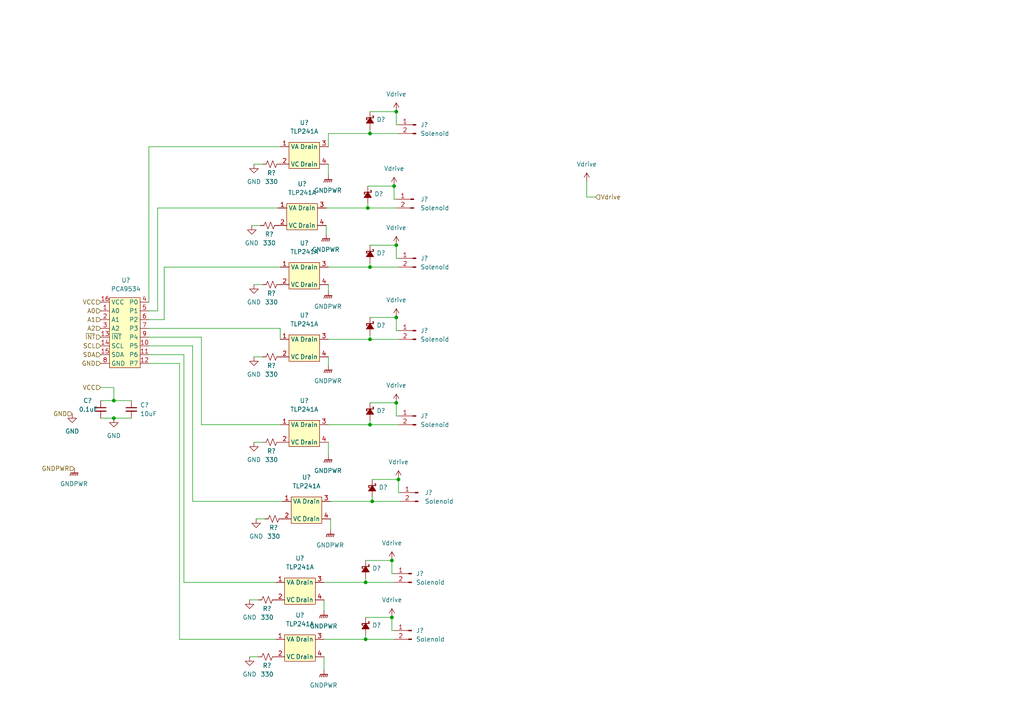
<source format=kicad_sch>
(kicad_sch (version 20211123) (generator eeschema)
  (paper "A4")
  (lib_symbols
    (symbol "Connector:Conn_01x02_Male" (pin_names (offset 1.016) hide)
      (property "Reference" "J" (at 0 2.54 0))
      (property "Value" "Conn_01x02_Male" (at 0 -5.08 0))
      (symbol "Conn_01x02_Male_1_1"
        (polyline (pts (xy 1.27 -2.54) (xy 0.8636 -2.54)) (stroke (width 0.1524)))
        (polyline (pts (xy 1.27 0) (xy 0.8636 0)) (stroke (width 0.1524)))
        (rectangle (start 0.8636 -2.413) (end 0 -2.667) (stroke (width 0.1524)) (fill (type outline)))
        (rectangle (start 0.8636 0.127) (end 0 -0.127) (stroke (width 0.1524)) (fill (type outline)))
        (pin passive line (at 5.08 0 180) (length 3.81) (name "Pin_1") (number "1"))
        (pin passive line (at 5.08 -2.54 180) (length 3.81) (name "Pin_2") (number "2"))
      )
    )
    (symbol "Device:C_Small" (pin_numbers hide) (pin_names (offset 0.254) hide)
      (property "Reference" "C" (at 0.254 1.778 0))
      (property "Value" "C_Small" (at 0.254 -2.032 0))
      (symbol "C_Small_0_1"
        (polyline (pts (xy -1.524 -0.508) (xy 1.524 -0.508)) (stroke (width 0.3302)))
        (polyline (pts (xy -1.524 0.508) (xy 1.524 0.508)) (stroke (width 0.3048)))
      )
      (symbol "C_Small_1_1"
        (pin passive line (at 0 2.54 270) (length 2.032) (name "~") (number "1"))
        (pin passive line (at 0 -2.54 90) (length 2.032) (name "~") (number "2"))
      )
    )
    (symbol "Device:D_Schottky_Small_Filled" (pin_numbers hide) (pin_names (offset 0.254) hide)
      (property "Reference" "D" (at -1.27 2.032 0))
      (property "Value" "D_Schottky_Small_Filled" (at -7.112 -2.032 0))
      (symbol "D_Schottky_Small_Filled_0_1"
        (polyline (pts (xy -0.762 0) (xy 0.762 0)))
        (polyline (pts (xy 0.762 -1.016) (xy -0.762 0) (xy 0.762 1.016) (xy 0.762 -1.016)) (stroke (width 0.254)) (fill (type outline)))
        (polyline (pts (xy -1.27 0.762) (xy -1.27 1.016) (xy -0.762 1.016) (xy -0.762 -1.016) (xy -0.254 -1.016) (xy -0.254 -0.762)) (stroke (width 0.254)))
      )
      (symbol "D_Schottky_Small_Filled_1_1"
        (pin passive line (at -2.54 0 0) (length 1.778) (name "K") (number "1"))
        (pin passive line (at 2.54 0 180) (length 1.778) (name "A") (number "2"))
      )
    )
    (symbol "Device:R_Small_US" (pin_numbers hide) (pin_names (offset 0.254) hide)
      (property "Reference" "R" (at 0.762 0.508 0))
      (property "Value" "R_Small_US" (at 0.762 -1.016 0))
      (symbol "R_Small_US_1_1"
        (polyline (pts (xy 0 0) (xy 1.016 -0.381) (xy 0 -0.762) (xy -1.016 -1.143) (xy 0 -1.524)))
        (polyline (pts (xy 0 1.524) (xy 1.016 1.143) (xy 0 0.762) (xy -1.016 0.381) (xy 0 0)))
        (pin passive line (at 0 2.54 270) (length 1.016) (name "~") (number "1"))
        (pin passive line (at 0 -2.54 90) (length 1.016) (name "~") (number "2"))
      )
    )
    (symbol "actuation:PCA9534"
      (property "Reference" "U" (at 0 3.81 0))
      (property "Value" "PCA9534" (at 0 1.27 0))
      (symbol "PCA9534_0_0"
        (pin input line (at -7.62 -5.08 0) (length 2.54) (name "A0") (number "1"))
        (pin bidirectional line (at 6.35 -15.24 180) (length 2.54) (name "P5") (number "10"))
        (pin bidirectional line (at 6.35 -17.78 180) (length 2.54) (name "P6") (number "11"))
        (pin bidirectional line (at 6.35 -20.32 180) (length 2.54) (name "P7") (number "12"))
        (pin output line (at -7.62 -12.7 0) (length 2.54) (name "~{INT}") (number "13"))
        (pin input line (at -7.62 -15.24 0) (length 2.54) (name "SCL") (number "14"))
        (pin bidirectional line (at -7.62 -17.78 0) (length 2.54) (name "SDA") (number "15"))
        (pin power_in line (at -7.62 -2.54 0) (length 2.54) (name "VCC") (number "16"))
        (pin input line (at -7.62 -7.62 0) (length 2.54) (name "A1") (number "2"))
        (pin input line (at -7.62 -10.16 0) (length 2.54) (name "A2") (number "3"))
        (pin bidirectional line (at 6.35 -2.54 180) (length 2.54) (name "P0") (number "4"))
        (pin bidirectional line (at 6.35 -5.08 180) (length 2.54) (name "P1") (number "5"))
        (pin bidirectional line (at 6.35 -7.62 180) (length 2.54) (name "P2") (number "6"))
        (pin bidirectional line (at 6.35 -10.16 180) (length 2.54) (name "P3") (number "7"))
        (pin power_in line (at -7.62 -20.32 0) (length 2.54) (name "GND") (number "8"))
        (pin bidirectional line (at 6.35 -12.7 180) (length 2.54) (name "P4") (number "9"))
      )
      (symbol "PCA9534_0_1"
        (rectangle (start -5.08 -1.27) (end 3.81 -21.59) (fill (type background)))
      )
    )
    (symbol "actuation:TLP241A"
      (property "Reference" "U" (at 0 3.175 0))
      (property "Value" "TLP241A" (at 0 1.27 0))
      (symbol "TLP241A_0_0"
        (pin input line (at -5.715 -3.175 0) (length 2.54) (name "VA") (number "1"))
        (pin input line (at -5.715 -8.255 0) (length 2.54) (name "VC") (number "2"))
        (pin bidirectional line (at 8.255 -3.175 180) (length 2.54) (name "Drain") (number "3"))
        (pin bidirectional line (at 8.255 -8.255 180) (length 2.54) (name "Drain") (number "4"))
      )
      (symbol "TLP241A_0_1"
        (rectangle (start -3.175 -1.905) (end 5.715 -9.525) (fill (type background)))
      )
    )
    (symbol "power:GND" (power) (pin_names (offset 0))
      (property "Value" "GND" (at 0 -3.81 0))
      (symbol "GND_0_1"
        (polyline (pts (xy 0 0) (xy 0 -1.27) (xy 1.27 -1.27) (xy 0 -2.54) (xy -1.27 -1.27) (xy 0 -1.27)))
      )
      (symbol "GND_1_1"
        (pin power_in line (at 0 0 270) (length 0) hide (name "GND") (number "1"))
      )
    )
    (symbol "power:GNDPWR" (power) (pin_names (offset 0))
      (property "Value" "GNDPWR" (at 0 -3.302 0))
      (symbol "GNDPWR_0_1"
        (polyline (pts (xy 0 -1.27) (xy 0 0)))
        (polyline (pts (xy -1.016 -1.27) (xy -1.27 -2.032) (xy -1.27 -2.032)) (stroke (width 0.2032)))
        (polyline (pts (xy -0.508 -1.27) (xy -0.762 -2.032) (xy -0.762 -2.032)) (stroke (width 0.2032)))
        (polyline (pts (xy 0 -1.27) (xy -0.254 -2.032) (xy -0.254 -2.032)) (stroke (width 0.2032)))
        (polyline (pts (xy 0.508 -1.27) (xy 0.254 -2.032) (xy 0.254 -2.032)) (stroke (width 0.2032)))
        (polyline (pts (xy 1.016 -1.27) (xy -1.016 -1.27) (xy -1.016 -1.27)) (stroke (width 0.2032)))
        (polyline (pts (xy 1.016 -1.27) (xy 0.762 -2.032) (xy 0.762 -2.032) (xy 0.762 -2.032)) (stroke (width 0.2032)))
      )
      (symbol "GNDPWR_1_1"
        (pin power_in line (at 0 0 270) (length 0) hide (name "GNDPWR") (number "1"))
      )
    )
    (symbol "power:Vdrive" (power) (pin_names (offset 0))
      (property "Value" "Vdrive" (at 0 3.81 0))
      (symbol "Vdrive_0_1"
        (polyline (pts (xy -0.762 1.27) (xy 0 2.54)))
        (polyline (pts (xy 0 0) (xy 0 2.54)))
        (polyline (pts (xy 0 2.54) (xy 0.762 1.27)))
      )
      (symbol "Vdrive_1_1"
        (pin power_in line (at 0 0 90) (length 0) hide (name "Vdrive") (number "1"))
      )
    )
  )
  (junction (at 114.935 32.385))
  (junction (at 106.68 60.325))
  (junction (at 113.665 162.56))
  (junction (at 33.02 116.205))
  (junction (at 107.315 98.425))
  (junction (at 106.045 168.91))
  (junction (at 107.315 123.19))
  (junction (at 114.935 116.84))
  (junction (at 114.935 71.12))
  (junction (at 106.045 185.42))
  (junction (at 33.02 121.285))
  (junction (at 115.57 139.065))
  (junction (at 114.935 92.075))
  (junction (at 113.665 179.07))
  (junction (at 107.315 38.735))
  (junction (at 107.315 77.47))
  (junction (at 107.95 145.415))
  (junction (at 114.3 53.975))
  (wire (pts (xy 107.315 92.075) (xy 114.935 92.075)))
  (wire (pts (xy 80.01 185.42) (xy 52.07 185.42)))
  (wire (pts (xy 43.18 105.41) (xy 52.07 105.41)))
  (wire (pts (xy 93.98 190.5) (xy 93.98 194.31)))
  (wire (pts (xy 107.315 123.19) (xy 95.25 123.19)))
  (wire (pts (xy 113.665 166.37) (xy 114.3 166.37)))
  (wire (pts (xy 29.21 121.285) (xy 33.02 121.285)))
  (wire (pts (xy 73.025 65.405) (xy 75.565 65.405)))
  (wire (pts (xy 114.935 71.12) (xy 114.935 74.93)))
  (wire (pts (xy 107.315 116.84) (xy 114.935 116.84)))
  (wire (pts (xy 45.72 60.325) (xy 45.72 90.17)))
  (wire (pts (xy 116.205 145.415) (xy 107.95 145.415)))
  (wire (pts (xy 106.68 60.325) (xy 94.615 60.325)))
  (wire (pts (xy 95.885 150.495) (xy 95.885 153.67)))
  (wire (pts (xy 114.935 95.885) (xy 115.57 95.885)))
  (wire (pts (xy 106.045 185.42) (xy 93.98 185.42)))
  (wire (pts (xy 95.25 103.505) (xy 95.25 106.045)))
  (wire (pts (xy 81.28 42.545) (xy 43.18 42.545)))
  (wire (pts (xy 95.25 47.625) (xy 95.25 50.8)))
  (wire (pts (xy 106.045 168.91) (xy 93.98 168.91)))
  (wire (pts (xy 45.72 90.17) (xy 43.18 90.17)))
  (wire (pts (xy 43.18 42.545) (xy 43.18 87.63)))
  (wire (pts (xy 107.315 37.465) (xy 107.315 38.735)))
  (wire (pts (xy 55.88 100.33) (xy 43.18 100.33)))
  (wire (pts (xy 114.3 53.975) (xy 114.3 57.785)))
  (wire (pts (xy 107.95 139.065) (xy 115.57 139.065)))
  (wire (pts (xy 73.66 128.27) (xy 76.2 128.27)))
  (wire (pts (xy 114.3 57.785) (xy 114.935 57.785)))
  (wire (pts (xy 114.935 92.075) (xy 114.935 95.885)))
  (wire (pts (xy 52.07 185.42) (xy 52.07 105.41)))
  (wire (pts (xy 114.935 116.84) (xy 114.935 120.65)))
  (wire (pts (xy 114.935 60.325) (xy 106.68 60.325)))
  (wire (pts (xy 93.98 173.99) (xy 93.98 177.165)))
  (wire (pts (xy 55.88 145.415) (xy 55.88 100.33)))
  (wire (pts (xy 53.34 102.87) (xy 53.34 168.91)))
  (wire (pts (xy 33.02 112.395) (xy 33.02 116.205)))
  (wire (pts (xy 115.57 77.47) (xy 107.315 77.47)))
  (wire (pts (xy 81.28 77.47) (xy 47.625 77.47)))
  (wire (pts (xy 106.68 53.975) (xy 114.3 53.975)))
  (wire (pts (xy 107.315 38.735) (xy 95.25 38.735)))
  (wire (pts (xy 113.665 162.56) (xy 113.665 166.37)))
  (wire (pts (xy 73.66 103.505) (xy 76.2 103.505)))
  (wire (pts (xy 113.665 182.88) (xy 114.3 182.88)))
  (wire (pts (xy 114.3 168.91) (xy 106.045 168.91)))
  (wire (pts (xy 95.25 128.27) (xy 95.25 132.08)))
  (wire (pts (xy 106.045 184.15) (xy 106.045 185.42)))
  (wire (pts (xy 43.18 97.79) (xy 58.42 97.79)))
  (wire (pts (xy 95.25 82.55) (xy 95.25 84.455)))
  (wire (pts (xy 33.02 121.285) (xy 38.1 121.285)))
  (wire (pts (xy 29.21 116.205) (xy 33.02 116.205)))
  (wire (pts (xy 114.935 120.65) (xy 115.57 120.65)))
  (wire (pts (xy 47.625 77.47) (xy 47.625 92.71)))
  (wire (pts (xy 43.18 95.25) (xy 81.28 95.25)))
  (wire (pts (xy 58.42 97.79) (xy 58.42 123.19)))
  (wire (pts (xy 43.18 102.87) (xy 53.34 102.87)))
  (wire (pts (xy 106.045 167.64) (xy 106.045 168.91)))
  (wire (pts (xy 107.315 32.385) (xy 114.935 32.385)))
  (wire (pts (xy 107.95 145.415) (xy 95.885 145.415)))
  (wire (pts (xy 72.39 173.99) (xy 74.93 173.99)))
  (wire (pts (xy 113.665 179.07) (xy 113.665 182.88)))
  (wire (pts (xy 81.28 95.25) (xy 81.28 98.425)))
  (wire (pts (xy 114.935 74.93) (xy 115.57 74.93)))
  (wire (pts (xy 115.57 123.19) (xy 107.315 123.19)))
  (wire (pts (xy 95.25 38.735) (xy 95.25 42.545)))
  (wire (pts (xy 115.57 98.425) (xy 107.315 98.425)))
  (wire (pts (xy 47.625 92.71) (xy 43.18 92.71)))
  (wire (pts (xy 81.28 123.19) (xy 58.42 123.19)))
  (wire (pts (xy 172.72 57.15) (xy 170.18 57.15)))
  (wire (pts (xy 107.315 97.155) (xy 107.315 98.425)))
  (wire (pts (xy 94.615 65.405) (xy 94.615 67.945)))
  (wire (pts (xy 106.68 59.055) (xy 106.68 60.325)))
  (wire (pts (xy 107.315 98.425) (xy 95.25 98.425)))
  (wire (pts (xy 73.66 47.625) (xy 76.2 47.625)))
  (wire (pts (xy 107.315 71.12) (xy 114.935 71.12)))
  (wire (pts (xy 106.045 179.07) (xy 113.665 179.07)))
  (wire (pts (xy 72.39 190.5) (xy 74.93 190.5)))
  (wire (pts (xy 115.57 38.735) (xy 107.315 38.735)))
  (wire (pts (xy 114.935 32.385) (xy 114.935 36.195)))
  (wire (pts (xy 33.02 116.205) (xy 38.1 116.205)))
  (wire (pts (xy 107.315 121.92) (xy 107.315 123.19)))
  (wire (pts (xy 115.57 139.065) (xy 115.57 142.875)))
  (wire (pts (xy 80.645 60.325) (xy 45.72 60.325)))
  (wire (pts (xy 115.57 142.875) (xy 116.205 142.875)))
  (wire (pts (xy 114.3 185.42) (xy 106.045 185.42)))
  (wire (pts (xy 107.95 144.145) (xy 107.95 145.415)))
  (wire (pts (xy 73.66 82.55) (xy 76.2 82.55)))
  (wire (pts (xy 53.34 168.91) (xy 80.01 168.91)))
  (wire (pts (xy 81.915 145.415) (xy 55.88 145.415)))
  (wire (pts (xy 107.315 76.2) (xy 107.315 77.47)))
  (wire (pts (xy 114.935 36.195) (xy 115.57 36.195)))
  (wire (pts (xy 29.21 112.395) (xy 33.02 112.395)))
  (wire (pts (xy 106.045 162.56) (xy 113.665 162.56)))
  (wire (pts (xy 107.315 77.47) (xy 95.25 77.47)))
  (wire (pts (xy 170.18 57.15) (xy 170.18 52.705)))
  (wire (pts (xy 74.295 150.495) (xy 76.835 150.495)))
  (hierarchical_label "GND" (shape input) (at 29.21 105.41 180))
  (hierarchical_label "SCL" (shape input) (at 29.21 100.33 180))
  (hierarchical_label "Vdrive" (shape input) (at 172.72 57.15 0))
  (hierarchical_label "A2" (shape input) (at 29.21 95.25 180))
  (hierarchical_label "GNDPWR" (shape input) (at 21.59 135.89 180))
  (hierarchical_label "~{INT}" (shape input) (at 29.21 97.79 180))
  (hierarchical_label "A1" (shape input) (at 29.21 92.71 180))
  (hierarchical_label "GND" (shape input) (at 20.955 120.015 180))
  (hierarchical_label "VCC" (shape input) (at 29.21 87.63 180))
  (hierarchical_label "A0" (shape input) (at 29.21 90.17 180))
  (hierarchical_label "VCC" (shape input) (at 29.21 112.395 180))
  (hierarchical_label "SDA" (shape input) (at 29.21 102.87 180))
  (symbol (lib_id "Device:D_Schottky_Small_Filled") (at 106.045 165.1 270) (unit 1)
    (property "Reference" "D?" (at 107.95 164.8459 90) (effects (justify left)))
    (property "Value" "D_Schottky_Small_Filled" (effects hide))
    (property "Footprint" "Diode_SMD:D_SMA" (effects hide))
    (property "Datasheet" "https://www.diodes.com/assets/Datasheets/B2100A.pdf " (effects hide))
    (property "MPN" "B2100A-13-F" (effects hide))
  )
  (symbol (lib_id "power:GNDPWR") (at 95.25 84.455 0) (unit 1)
    (property "Reference" "#PWR?" (effects hide))
    (property "Value" "GNDPWR" (at 95.123 88.9 0))
  )
  (symbol (lib_id "Device:R_Small_US") (at 78.74 128.27 90) (unit 1)
    (property "Reference" "R?" (at 78.74 130.81 90))
    (property "Value" "330" (at 78.74 133.35 90))
  )
  (symbol (lib_id "power:GNDPWR") (at 93.98 194.31 0) (unit 1)
    (property "Reference" "#PWR?" (effects hide))
    (property "Value" "GNDPWR" (at 93.853 198.755 0))
  )
  (symbol (lib_id "Device:D_Schottky_Small_Filled") (at 106.68 56.515 270) (unit 1)
    (property "Reference" "D?" (at 108.585 56.2609 90) (effects (justify left)))
    (property "Value" "D_Schottky_Small_Filled" (effects hide))
    (property "Footprint" "Diode_SMD:D_SMA" (effects hide))
    (property "Datasheet" "https://www.diodes.com/assets/Datasheets/B2100A.pdf " (effects hide))
    (property "MPN" "B2100A-13-F" (effects hide))
  )
  (symbol (lib_id "Device:D_Schottky_Small_Filled") (at 107.315 34.925 270) (unit 1)
    (property "Reference" "D?" (at 109.22 34.6709 90) (effects (justify left)))
    (property "Value" "D_Schottky_Small_Filled" (effects hide))
    (property "Footprint" "Diode_SMD:D_SMA" (effects hide))
    (property "Datasheet" "https://www.diodes.com/assets/Datasheets/B2100A.pdf " (effects hide))
    (property "MPN" "B2100A-13-F" (effects hide))
  )
  (symbol (lib_id "Connector:Conn_01x02_Male") (at 119.38 166.37 0) (mirror y) (unit 1)
    (property "Reference" "J?" (at 120.65 166.3699 0) (effects (justify right)))
    (property "Value" "Solenoid" (at 120.65 168.9099 0) (effects (justify right)))
  )
  (symbol (lib_id "actuation:TLP241A") (at 86.995 74.295 0) (unit 1)
    (property "Reference" "U?" (at 88.265 70.485 0))
    (property "Value" "TLP241A" (at 88.265 73.025 0))
    (property "Datasheet" "https://toshiba.semicon-storage.com/info/TLP241A_datasheet_en_20200217.pdf?did=14237&prodName=TLP241A" (effects hide))
    (property "MPN" "TLP241A(TP1,F" (effects hide))
  )
  (symbol (lib_id "power:GNDPWR") (at 94.615 67.945 0) (unit 1)
    (property "Reference" "#PWR?" (effects hide))
    (property "Value" "GNDPWR" (at 94.488 72.39 0))
  )
  (symbol (lib_id "power:GND") (at 73.66 82.55 0) (unit 1)
    (property "Reference" "#PWR?" (effects hide))
    (property "Value" "GND" (at 73.66 87.63 0))
  )
  (symbol (lib_id "Device:R_Small_US") (at 77.47 190.5 90) (unit 1)
    (property "Reference" "R?" (at 77.47 193.04 90))
    (property "Value" "330" (at 77.47 195.58 90))
  )
  (symbol (lib_id "power:GND") (at 33.02 121.285 0) (unit 1)
    (property "Reference" "#PWR?" (effects hide))
    (property "Value" "GND" (at 33.02 126.365 0))
  )
  (symbol (lib_id "Device:R_Small_US") (at 77.47 173.99 90) (unit 1)
    (property "Reference" "R?" (at 77.47 176.53 90))
    (property "Value" "330" (at 77.47 179.07 90))
  )
  (symbol (lib_id "power:GNDPWR") (at 21.59 135.89 0) (unit 1)
    (property "Reference" "#PWR?" (effects hide))
    (property "Value" "GNDPWR" (at 21.463 140.335 0))
  )
  (symbol (lib_id "power:GND") (at 72.39 173.99 0) (unit 1)
    (property "Reference" "#PWR?" (effects hide))
    (property "Value" "GND" (at 72.39 179.07 0))
  )
  (symbol (lib_id "power:GND") (at 73.66 103.505 0) (unit 1)
    (property "Reference" "#PWR?" (effects hide))
    (property "Value" "GND" (at 73.66 108.585 0))
  )
  (symbol (lib_id "Connector:Conn_01x02_Male") (at 120.65 95.885 0) (mirror y) (unit 1)
    (property "Reference" "J?" (at 121.92 95.8849 0) (effects (justify right)))
    (property "Value" "Solenoid" (at 121.92 98.4249 0) (effects (justify right)))
  )
  (symbol (lib_id "actuation:TLP241A") (at 86.36 57.15 0) (unit 1)
    (property "Reference" "U?" (at 87.63 53.34 0))
    (property "Value" "TLP241A" (at 87.63 55.88 0))
    (property "Datasheet" "https://toshiba.semicon-storage.com/info/TLP241A_datasheet_en_20200217.pdf?did=14237&prodName=TLP241A" (effects hide))
    (property "MPN" "TLP241A(TP1,F" (effects hide))
  )
  (symbol (lib_id "Device:R_Small_US") (at 78.74 82.55 90) (unit 1)
    (property "Reference" "R?" (at 78.74 85.09 90))
    (property "Value" "330" (at 78.74 87.63 90))
  )
  (symbol (lib_id "power:GNDPWR") (at 93.98 177.165 0) (unit 1)
    (property "Reference" "#PWR?" (effects hide))
    (property "Value" "GNDPWR" (at 93.853 181.61 0))
  )
  (symbol (lib_id "Device:C_Small") (at 38.1 118.745 0) (unit 1)
    (property "Reference" "C?" (at 40.64 117.4812 0) (effects (justify left)))
    (property "Value" "10uF" (at 40.64 120.0212 0) (effects (justify left)))
  )
  (symbol (lib_id "power:Vdrive") (at 113.665 179.07 0) (unit 1)
    (property "Reference" "#PWR?" (effects hide))
    (property "Value" "Vdrive" (at 113.665 173.99 0))
  )
  (symbol (lib_id "power:GNDPWR") (at 95.885 153.67 0) (unit 1)
    (property "Reference" "#PWR?" (effects hide))
    (property "Value" "GNDPWR" (at 95.758 158.115 0))
  )
  (symbol (lib_id "power:GND") (at 74.295 150.495 0) (unit 1)
    (property "Reference" "#PWR?" (effects hide))
    (property "Value" "GND" (at 74.295 155.575 0))
  )
  (symbol (lib_id "Device:D_Schottky_Small_Filled") (at 107.315 73.66 270) (unit 1)
    (property "Reference" "D?" (at 109.22 73.4059 90) (effects (justify left)))
    (property "Value" "D_Schottky_Small_Filled" (effects hide))
    (property "Footprint" "Diode_SMD:D_SMA" (effects hide))
    (property "Datasheet" "https://www.diodes.com/assets/Datasheets/B2100A.pdf " (effects hide))
    (property "MPN" "B2100A-13-F" (effects hide))
  )
  (symbol (lib_id "power:Vdrive") (at 114.935 71.12 0) (unit 1)
    (property "Reference" "#PWR?" (effects hide))
    (property "Value" "Vdrive" (at 114.935 66.04 0))
  )
  (symbol (lib_id "Device:D_Schottky_Small_Filled") (at 107.95 141.605 270) (unit 1)
    (property "Reference" "D?" (at 109.855 141.3509 90) (effects (justify left)))
    (property "Value" "D_Schottky_Small_Filled" (effects hide))
    (property "Footprint" "Diode_SMD:D_SMA" (effects hide))
    (property "Datasheet" "https://www.diodes.com/assets/Datasheets/B2100A.pdf " (effects hide))
    (property "MPN" "B2100A-13-F" (effects hide))
  )
  (symbol (lib_id "Device:R_Small_US") (at 78.74 103.505 90) (unit 1)
    (property "Reference" "R?" (at 78.74 106.045 90))
    (property "Value" "330" (at 78.74 108.585 90))
  )
  (symbol (lib_id "power:Vdrive") (at 113.665 162.56 0) (unit 1)
    (property "Reference" "#PWR?" (effects hide))
    (property "Value" "Vdrive" (at 113.665 157.48 0))
  )
  (symbol (lib_id "power:GND") (at 73.66 128.27 0) (unit 1)
    (property "Reference" "#PWR?" (effects hide))
    (property "Value" "GND" (at 73.66 133.35 0))
  )
  (symbol (lib_id "power:GND") (at 72.39 190.5 0) (unit 1)
    (property "Reference" "#PWR?" (effects hide))
    (property "Value" "GND" (at 72.39 195.58 0))
  )
  (symbol (lib_id "Device:D_Schottky_Small_Filled") (at 107.315 94.615 270) (unit 1)
    (property "Reference" "D?" (at 109.22 94.3609 90) (effects (justify left)))
    (property "Value" "D_Schottky_Small_Filled" (effects hide))
    (property "Footprint" "Diode_SMD:D_SMA" (effects hide))
    (property "Datasheet" "https://www.diodes.com/assets/Datasheets/B2100A.pdf " (effects hide))
    (property "MPN" "B2100A-13-F" (effects hide))
  )
  (symbol (lib_id "power:Vdrive") (at 115.57 139.065 0) (unit 1)
    (property "Reference" "#PWR?" (effects hide))
    (property "Value" "Vdrive" (at 115.57 133.985 0))
  )
  (symbol (lib_id "Device:R_Small_US") (at 78.74 47.625 90) (unit 1)
    (property "Reference" "R?" (at 78.74 50.165 90))
    (property "Value" "330" (at 78.74 52.705 90))
  )
  (symbol (lib_id "actuation:TLP241A") (at 85.725 182.245 0) (unit 1)
    (property "Reference" "U?" (at 86.995 178.435 0))
    (property "Value" "TLP241A" (at 86.995 180.975 0))
    (property "Datasheet" "https://toshiba.semicon-storage.com/info/TLP241A_datasheet_en_20200217.pdf?did=14237&prodName=TLP241A" (effects hide))
    (property "MPN" "TLP241A(TP1,F" (effects hide))
  )
  (symbol (lib_id "actuation:TLP241A") (at 87.63 142.24 0) (unit 1)
    (property "Reference" "U?" (at 88.9 138.43 0))
    (property "Value" "TLP241A" (at 88.9 140.97 0))
    (property "Datasheet" "https://toshiba.semicon-storage.com/info/TLP241A_datasheet_en_20200217.pdf?did=14237&prodName=TLP241A" (effects hide))
    (property "MPN" "TLP241A(TP1,F" (effects hide))
  )
  (symbol (lib_id "Connector:Conn_01x02_Male") (at 120.015 57.785 0) (mirror y) (unit 1)
    (property "Reference" "J?" (at 121.92 57.7849 0) (effects (justify right)))
    (property "Value" "Solenoid" (at 121.92 60.3249 0) (effects (justify right)))
  )
  (symbol (lib_id "actuation:TLP241A") (at 86.995 95.25 0) (unit 1)
    (property "Reference" "U?" (at 88.265 91.44 0))
    (property "Value" "TLP241A" (at 88.265 93.98 0))
    (property "Datasheet" "https://toshiba.semicon-storage.com/info/TLP241A_datasheet_en_20200217.pdf?did=14237&prodName=TLP241A" (effects hide))
    (property "MPN" "TLP241A(TP1,F" (effects hide))
  )
  (symbol (lib_id "power:GNDPWR") (at 95.25 132.08 0) (unit 1)
    (property "Reference" "#PWR?" (effects hide))
    (property "Value" "GNDPWR" (at 95.123 136.525 0))
  )
  (symbol (lib_id "power:Vdrive") (at 114.935 116.84 0) (unit 1)
    (property "Reference" "#PWR?" (effects hide))
    (property "Value" "Vdrive" (at 114.935 111.76 0))
  )
  (symbol (lib_id "power:Vdrive") (at 114.3 53.975 0) (unit 1)
    (property "Reference" "#PWR?" (effects hide))
    (property "Value" "Vdrive" (at 114.3 48.895 0))
  )
  (symbol (lib_id "Device:D_Schottky_Small_Filled") (at 107.315 119.38 270) (unit 1)
    (property "Reference" "D?" (at 109.22 119.1259 90) (effects (justify left)))
    (property "Value" "D_Schottky_Small_Filled" (effects hide))
    (property "Footprint" "Diode_SMD:D_SMA" (effects hide))
    (property "Datasheet" "https://www.diodes.com/assets/Datasheets/B2100A.pdf " (effects hide))
    (property "MPN" "B2100A-13-F" (effects hide))
  )
  (symbol (lib_id "Connector:Conn_01x02_Male") (at 120.65 36.195 0) (mirror y) (unit 1)
    (property "Reference" "J?" (at 121.92 36.1949 0) (effects (justify right)))
    (property "Value" "Solenoid" (at 121.92 38.7349 0) (effects (justify right)))
  )
  (symbol (lib_id "actuation:TLP241A") (at 86.995 39.37 0) (unit 1)
    (property "Reference" "U?" (at 88.265 35.56 0))
    (property "Value" "TLP241A" (at 88.265 38.1 0))
    (property "Datasheet" "https://toshiba.semicon-storage.com/info/TLP241A_datasheet_en_20200217.pdf?did=14237&prodName=TLP241A" (effects hide))
    (property "MPN" "TLP241A(TP1,F" (effects hide))
  )
  (symbol (lib_id "power:GNDPWR") (at 95.25 50.8 0) (unit 1)
    (property "Reference" "#PWR?" (effects hide))
    (property "Value" "GNDPWR" (at 95.123 55.245 0))
  )
  (symbol (lib_id "power:GND") (at 73.66 47.625 0) (unit 1)
    (property "Reference" "#PWR?" (effects hide))
    (property "Value" "GND" (at 73.66 52.705 0))
  )
  (symbol (lib_id "power:GND") (at 20.955 120.015 0) (unit 1)
    (property "Reference" "#PWR?" (effects hide))
    (property "Value" "GND" (at 20.955 125.095 0))
  )
  (symbol (lib_id "Connector:Conn_01x02_Male") (at 121.285 142.875 0) (mirror y) (unit 1)
    (property "Reference" "J?" (at 123.19 142.8749 0) (effects (justify right)))
    (property "Value" "Solenoid" (at 123.19 145.4149 0) (effects (justify right)))
  )
  (symbol (lib_id "Connector:Conn_01x02_Male") (at 120.65 74.93 0) (mirror y) (unit 1)
    (property "Reference" "J?" (at 121.92 74.9299 0) (effects (justify right)))
    (property "Value" "Solenoid" (at 121.92 77.4699 0) (effects (justify right)))
  )
  (symbol (lib_id "power:Vdrive") (at 114.935 92.075 0) (unit 1)
    (property "Reference" "#PWR?" (effects hide))
    (property "Value" "Vdrive" (at 114.935 86.995 0))
  )
  (symbol (lib_id "Connector:Conn_01x02_Male") (at 119.38 182.88 0) (mirror y) (unit 1)
    (property "Reference" "J?" (at 120.65 182.8799 0) (effects (justify right)))
    (property "Value" "Solenoid" (at 120.65 185.4199 0) (effects (justify right)))
  )
  (symbol (lib_id "Device:R_Small_US") (at 79.375 150.495 90) (unit 1)
    (property "Reference" "R?" (at 79.375 153.035 90))
    (property "Value" "330" (at 79.375 155.575 90))
  )
  (symbol (lib_id "Device:D_Schottky_Small_Filled") (at 106.045 181.61 270) (unit 1)
    (property "Reference" "D?" (at 107.95 181.3559 90) (effects (justify left)))
    (property "Value" "D_Schottky_Small_Filled" (effects hide))
    (property "Footprint" "Diode_SMD:D_SMA" (effects hide))
    (property "Datasheet" "https://www.diodes.com/assets/Datasheets/B2100A.pdf " (effects hide))
    (property "MPN" "B2100A-13-F" (effects hide))
  )
  (symbol (lib_id "power:Vdrive") (at 114.935 32.385 0) (unit 1)
    (property "Reference" "#PWR?" (effects hide))
    (property "Value" "Vdrive" (at 114.935 27.305 0))
  )
  (symbol (lib_id "Device:R_Small_US") (at 78.105 65.405 90) (unit 1)
    (property "Reference" "R?" (at 78.105 67.945 90))
    (property "Value" "330" (at 78.105 70.485 90))
  )
  (symbol (lib_id "power:GND") (at 73.025 65.405 0) (unit 1)
    (property "Reference" "#PWR?" (effects hide))
    (property "Value" "GND" (at 73.025 70.485 0))
  )
  (symbol (lib_id "power:GNDPWR") (at 95.25 106.045 0) (unit 1)
    (property "Reference" "#PWR?" (effects hide))
    (property "Value" "GNDPWR" (at 95.123 110.49 0))
  )
  (symbol (lib_id "actuation:PCA9534") (at 36.83 85.09 0) (unit 1)
    (property "Reference" "U?" (at 36.5125 81.28 0))
    (property "Value" "PCA9534" (at 36.5125 83.82 0))
    (property "Footprint" "Package_SO:TSSOP-16_4.4x5mm_P0.65mm" (effects hide))
    (property "Datasheet" "https://www.ti.com/lit/ds/symlink/pca9534.pdf?HQS=dis-dk-null-digikeymode-dsf-pf-null-wwe&ts=1667431108165&ref_url=https%253A%252F%252Fwww.ti.com%252Fgeneral%252Fdocs%252Fsuppproductinfo.tsp%253FdistId%253D10%2526gotoUrl%253Dhttps%253A%252F%252Fwww.ti.com%252Flit%252Fgpn%252Fpca9534" (effects hide))
    (property "MPN" "PCA9534PWR" (effects hide))
  )
  (symbol (lib_id "Device:C_Small") (at 29.21 118.745 0) (unit 1)
    (property "Reference" "C?" (at 24.13 116.205 0) (effects (justify left)))
    (property "Value" "0.1uF" (at 22.86 118.745 0) (effects (justify left)))
  )
  (symbol (lib_id "power:Vdrive") (at 170.18 52.705 0) (unit 1)
    (property "Reference" "#PWR?" (effects hide))
    (property "Value" "Vdrive" (at 170.18 47.625 0))
  )
  (symbol (lib_id "actuation:TLP241A") (at 85.725 165.735 0) (unit 1)
    (property "Reference" "U?" (at 86.995 161.925 0))
    (property "Value" "TLP241A" (at 86.995 164.465 0))
    (property "Datasheet" "https://toshiba.semicon-storage.com/info/TLP241A_datasheet_en_20200217.pdf?did=14237&prodName=TLP241A" (effects hide))
    (property "MPN" "TLP241A(TP1,F" (effects hide))
  )
  (symbol (lib_id "actuation:TLP241A") (at 86.995 120.015 0) (unit 1)
    (property "Reference" "U?" (at 88.265 116.205 0))
    (property "Value" "TLP241A" (at 88.265 118.745 0))
    (property "Datasheet" "https://toshiba.semicon-storage.com/info/TLP241A_datasheet_en_20200217.pdf?did=14237&prodName=TLP241A" (effects hide))
    (property "MPN" "TLP241A(TP1,F" (effects hide))
  )
  (symbol (lib_id "Connector:Conn_01x02_Male") (at 120.65 120.65 0) (mirror y) (unit 1)
    (property "Reference" "J?" (at 121.92 120.6499 0) (effects (justify right)))
    (property "Value" "Solenoid" (at 121.92 123.1899 0) (effects (justify right)))
  )
)
</source>
